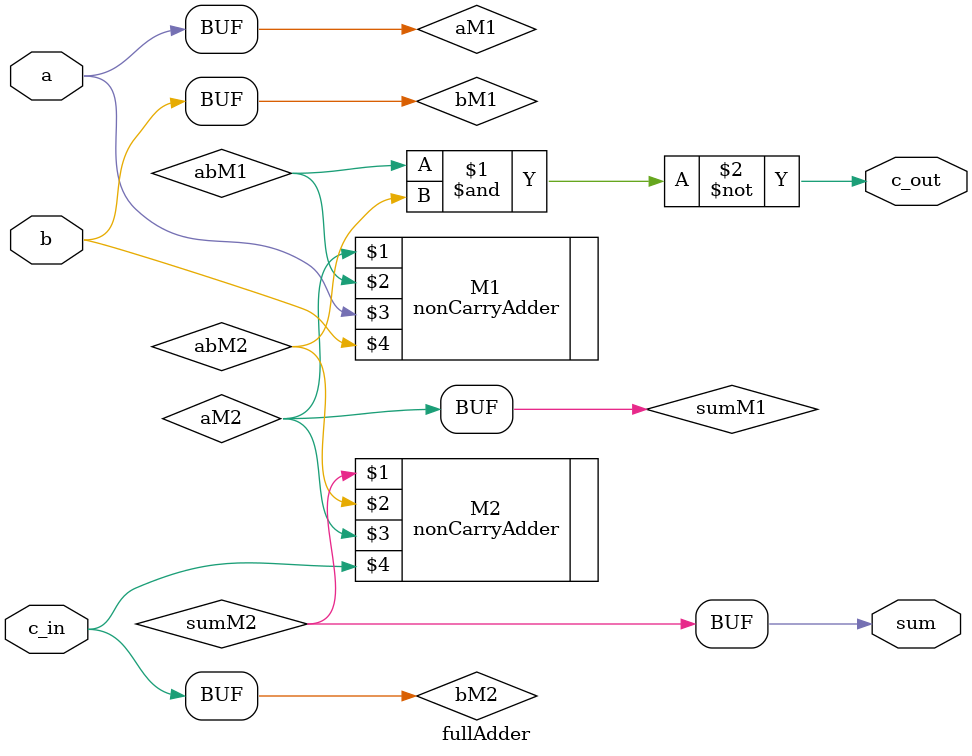
<source format=v>
`include "nonCarryAdder.v"

module fullAdder( sum, c_out, c_in, a, b);
    input a, b, c_in;
	 output sum, c_out;
	 
	 wire sumM1, abM1, aM1, bM1;
	 wire sumM2, abM2, aM2, bM2;
 
	 //set Input of M1 & System
	 assign aM1 = a;
	 assign bM1 = b;
	 
	 //set Output of M2
	 assign aM2 = sumM1;
	 assign bM2 = c_in;
	 
	 //set Output of System
	 assign sum = sumM2;
	 nand (c_out, abM1, abM2);
	 
    nonCarryAdder M1(sumM1, abM1, aM1, bM1);
    nonCarryAdder M2(sumM2, abM2, aM2, bM2);

endmodule

</source>
